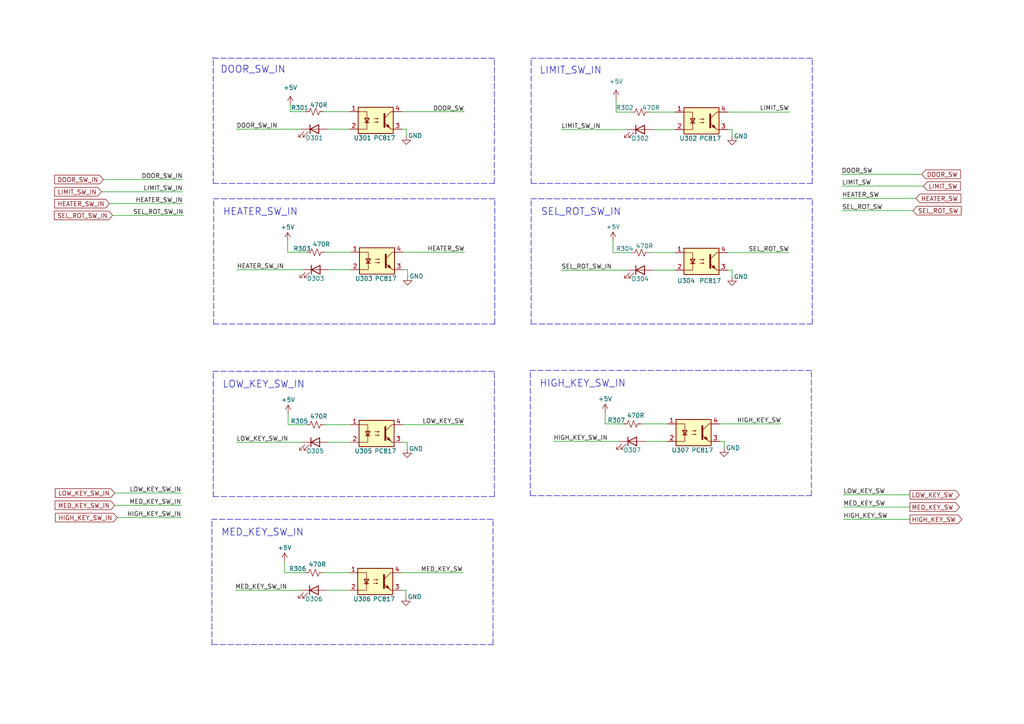
<source format=kicad_sch>
(kicad_sch (version 20211123) (generator eeschema)
  (paper "A4")
  (title_block (title "INPUTS_PC817") (date "2022-11-14") (rev "V1.1"))
  (lib_symbols
    (symbol "Device:LED" (pin_numbers hide) (pin_names (offset 1.016) hide)
      (property "Reference" "D" (at 0 2.54 0))
      (property "Value" "LED" (at 0 -2.54 0))
      (symbol "LED_0_1"
        (polyline (pts (xy -1.27 -1.27) (xy -1.27 1.27)) (stroke (width 0.254)))
        (polyline (pts (xy -1.27 0) (xy 1.27 0)))
        (polyline (pts (xy 1.27 -1.27) (xy 1.27 1.27) (xy -1.27 0) (xy 1.27 -1.27)) (stroke (width 0.254)))
        (polyline (pts (xy -3.048 -0.762) (xy -4.572 -2.286) (xy -3.81 -2.286) (xy -4.572 -2.286) (xy -4.572 -1.524)))
        (polyline (pts (xy -1.778 -0.762) (xy -3.302 -2.286) (xy -2.54 -2.286) (xy -3.302 -2.286) (xy -3.302 -1.524)))
      )
      (symbol "LED_1_1"
        (pin passive line (at -3.81 0 0) (length 2.54) (name "K") (number "1"))
        (pin passive line (at 3.81 0 180) (length 2.54) (name "A") (number "2"))
      )
    )
    (symbol "Device:R_Small_US" (pin_numbers hide) (pin_names (offset 0.254) hide)
      (property "Reference" "R" (at 0.762 0.508 0))
      (property "Value" "R_Small_US" (at 0.762 -1.016 0))
      (symbol "R_Small_US_1_1"
        (polyline (pts (xy 0 0) (xy 1.016 -0.381) (xy 0 -0.762) (xy -1.016 -1.143) (xy 0 -1.524)))
        (polyline (pts (xy 0 1.524) (xy 1.016 1.143) (xy 0 0.762) (xy -1.016 0.381) (xy 0 0)))
        (pin passive line (at 0 2.54 270) (length 1.016) (name "~") (number "1"))
        (pin passive line (at 0 -2.54 90) (length 1.016) (name "~") (number "2"))
      )
    )
    (symbol "Isolator:PC817" (pin_names (offset 1.016))
      (property "Reference" "U" (at -5.08 5.08 0))
      (property "Value" "PC817" (at 0 5.08 0))
      (symbol "PC817_0_1"
        (rectangle (start -5.08 3.81) (end 5.08 -3.81) (stroke (width 0.254)) (fill (type background)))
        (polyline (pts (xy -3.175 -0.635) (xy -1.905 -0.635)) (stroke (width 0.254)))
        (polyline (pts (xy 2.54 0.635) (xy 4.445 2.54)))
        (polyline (pts (xy 4.445 -2.54) (xy 2.54 -0.635)) (fill (type outline)))
        (polyline (pts (xy 4.445 -2.54) (xy 5.08 -2.54)))
        (polyline (pts (xy 4.445 2.54) (xy 5.08 2.54)))
        (polyline (pts (xy -5.08 2.54) (xy -2.54 2.54) (xy -2.54 -0.635)))
        (polyline (pts (xy -2.54 -0.635) (xy -2.54 -2.54) (xy -5.08 -2.54)))
        (polyline (pts (xy 2.54 1.905) (xy 2.54 -1.905) (xy 2.54 -1.905)) (stroke (width 0.508)))
        (polyline (pts (xy -2.54 -0.635) (xy -3.175 0.635) (xy -1.905 0.635) (xy -2.54 -0.635)) (stroke (width 0.254)))
        (polyline (pts (xy -0.508 -0.508) (xy 0.762 -0.508) (xy 0.381 -0.635) (xy 0.381 -0.381) (xy 0.762 -0.508)))
        (polyline (pts (xy -0.508 0.508) (xy 0.762 0.508) (xy 0.381 0.381) (xy 0.381 0.635) (xy 0.762 0.508)))
        (polyline (pts (xy 3.048 -1.651) (xy 3.556 -1.143) (xy 4.064 -2.159) (xy 3.048 -1.651) (xy 3.048 -1.651)) (fill (type outline)))
      )
      (symbol "PC817_1_1"
        (pin passive line (at -7.62 2.54 0) (length 2.54) (name "~") (number "1"))
        (pin passive line (at -7.62 -2.54 0) (length 2.54) (name "~") (number "2"))
        (pin passive line (at 7.62 -2.54 180) (length 2.54) (name "~") (number "3"))
        (pin passive line (at 7.62 2.54 180) (length 2.54) (name "~") (number "4"))
      )
    )
    (symbol "power:+5V" (power) (pin_names (offset 0))
      (property "Value" "+5V" (at 0 3.556 0))
      (symbol "+5V_0_1"
        (polyline (pts (xy -0.762 1.27) (xy 0 2.54)))
        (polyline (pts (xy 0 0) (xy 0 2.54)))
        (polyline (pts (xy 0 2.54) (xy 0.762 1.27)))
      )
      (symbol "+5V_1_1"
        (pin power_in line (at 0 0 90) (length 0) hide (name "+5V") (number "1"))
      )
    )
    (symbol "power:GND" (power) (pin_names (offset 0))
      (property "Value" "GND" (at 0 -3.81 0))
      (symbol "GND_0_1"
        (polyline (pts (xy 0 0) (xy 0 -1.27) (xy 1.27 -1.27) (xy 0 -2.54) (xy -1.27 -1.27) (xy 0 -1.27)))
      )
      (symbol "GND_1_1"
        (pin power_in line (at 0 0 270) (length 0) hide (name "GND") (number "1"))
      )
    )
  )
  (wire (pts (xy 188.214 73.279) (xy 195.834 73.279)))
  (wire (pts (xy 68.707 78.232) (xy 87.757 78.232)))
  (polyline (pts (xy 61.468 186.944) (xy 143.002 186.944)))
  (wire (pts (xy 95.377 78.232) (xy 101.727 78.232)))
  (wire (pts (xy 118.11 128.27) (xy 116.84 128.27)))
  (polyline (pts (xy 153.797 143.764) (xy 235.331 143.764)))
  (wire (pts (xy 244.221 57.531) (xy 265.684 57.531)))
  (wire (pts (xy 116.84 123.19) (xy 134.62 123.19)))
  (wire (pts (xy 175.514 122.936) (xy 180.848 122.936)))
  (wire (pts (xy 116.586 32.385) (xy 134.62 32.385)))
  (wire (pts (xy 84.201 32.385) (xy 88.646 32.385)))
  (polyline (pts (xy 154.051 93.98) (xy 235.585 93.98)))
  (polyline (pts (xy 143.383 107.696) (xy 61.722 107.696)))
  (polyline (pts (xy 154.051 58.166) (xy 154.051 93.98)))
  (wire (pts (xy 210.058 128.016) (xy 208.788 128.016)))
  (polyline (pts (xy 153.797 107.95) (xy 153.797 143.764)))
  (wire (pts (xy 189.484 78.359) (xy 195.834 78.359)))
  (wire (pts (xy 82.55 166.116) (xy 82.55 162.941)))
  (polyline (pts (xy 143.51 57.658) (xy 61.849 57.658)))
  (polyline (pts (xy 143.002 150.622) (xy 61.341 150.622)))
  (wire (pts (xy 134.62 32.385) (xy 134.62 32.512)))
  (wire (pts (xy 116.967 73.152) (xy 134.747 73.152)))
  (wire (pts (xy 94.869 171.196) (xy 101.219 171.196)))
  (wire (pts (xy 228.854 32.385) (xy 228.854 32.512)))
  (wire (pts (xy 32.639 62.484) (xy 53.213 62.484)))
  (polyline (pts (xy 143.383 53.213) (xy 143.383 16.891)))
  (wire (pts (xy 33.274 146.558) (xy 52.578 146.558)))
  (polyline (pts (xy 235.585 57.658) (xy 153.924 57.658)))
  (wire (pts (xy 211.074 73.279) (xy 228.854 73.279)))
  (polyline (pts (xy 61.976 58.166) (xy 61.976 93.98)))
  (wire (pts (xy 116.459 166.116) (xy 134.239 166.116)))
  (polyline (pts (xy 61.976 93.98) (xy 143.51 93.98)))
  (wire (pts (xy 68.58 128.27) (xy 87.63 128.27)))
  (polyline (pts (xy 235.331 107.442) (xy 153.67 107.442)))
  (wire (pts (xy 95.25 128.27) (xy 101.6 128.27)))
  (wire (pts (xy 160.528 128.016) (xy 179.578 128.016)))
  (wire (pts (xy 244.094 50.546) (xy 267.335 50.546)))
  (wire (pts (xy 68.199 171.196) (xy 87.249 171.196)))
  (wire (pts (xy 29.972 52.07) (xy 52.959 52.07)))
  (wire (pts (xy 177.8 69.85) (xy 177.8 73.279)))
  (wire (pts (xy 175.514 122.936) (xy 175.514 119.761)))
  (wire (pts (xy 162.814 78.359) (xy 181.864 78.359)))
  (polyline (pts (xy 61.722 16.637) (xy 61.722 16.891)))
  (wire (pts (xy 183.134 32.512) (xy 178.689 32.512)))
  (polyline (pts (xy 154.051 53.213) (xy 235.585 53.213)))
  (wire (pts (xy 93.726 32.385) (xy 101.346 32.385)))
  (wire (pts (xy 187.198 128.016) (xy 193.548 128.016)))
  (wire (pts (xy 68.58 37.465) (xy 87.376 37.465)))
  (wire (pts (xy 93.98 123.19) (xy 101.6 123.19)))
  (wire (pts (xy 212.344 37.592) (xy 212.344 39.497)))
  (wire (pts (xy 244.221 61.087) (xy 264.795 61.087)))
  (wire (pts (xy 118.237 78.232) (xy 116.967 78.232)))
  (wire (pts (xy 33.274 143.002) (xy 52.578 143.002)))
  (wire (pts (xy 177.8 73.279) (xy 183.134 73.279)))
  (polyline (pts (xy 235.585 93.98) (xy 235.585 57.658)))
  (wire (pts (xy 162.814 37.592) (xy 181.864 37.592)))
  (wire (pts (xy 117.729 173.101) (xy 117.729 171.196)))
  (polyline (pts (xy 154.051 17.399) (xy 154.051 53.213)))
  (wire (pts (xy 34.036 150.114) (xy 52.578 150.114)))
  (wire (pts (xy 189.484 37.592) (xy 195.834 37.592)))
  (wire (pts (xy 178.689 32.512) (xy 178.689 28.702)))
  (polyline (pts (xy 61.849 144.018) (xy 143.383 144.018)))
  (wire (pts (xy 117.729 171.196) (xy 116.459 171.196)))
  (wire (pts (xy 83.439 73.152) (xy 89.027 73.152)))
  (polyline (pts (xy 61.849 17.399) (xy 61.849 53.213)))
  (polyline (pts (xy 235.585 53.213) (xy 235.585 16.891)))
  (wire (pts (xy 188.214 32.512) (xy 195.834 32.512)))
  (wire (pts (xy 263.906 143.51) (xy 244.602 143.51)))
  (polyline (pts (xy 143.383 144.018) (xy 143.383 107.696)))
  (polyline (pts (xy 235.331 143.764) (xy 235.331 107.442)))
  (wire (pts (xy 83.439 73.152) (xy 83.439 69.977)))
  (wire (pts (xy 211.074 32.512) (xy 228.854 32.512)))
  (wire (pts (xy 29.464 55.626) (xy 52.959 55.626)))
  (wire (pts (xy 212.344 78.359) (xy 211.074 78.359)))
  (wire (pts (xy 117.856 37.465) (xy 116.586 37.465)))
  (wire (pts (xy 82.55 166.116) (xy 88.519 166.116)))
  (polyline (pts (xy 235.585 16.891) (xy 153.924 16.891)))
  (polyline (pts (xy 143.002 186.944) (xy 143.002 150.622)))
  (wire (pts (xy 94.996 37.465) (xy 101.346 37.465)))
  (wire (pts (xy 84.201 30.48) (xy 84.201 32.385)))
  (wire (pts (xy 212.344 80.264) (xy 212.344 78.359)))
  (polyline (pts (xy 61.849 53.213) (xy 143.383 53.213)))
  (wire (pts (xy 83.566 123.19) (xy 83.566 120.015)))
  (wire (pts (xy 117.856 39.37) (xy 117.856 37.465)))
  (wire (pts (xy 31.75 59.055) (xy 52.959 59.055)))
  (wire (pts (xy 208.788 122.936) (xy 226.568 122.936)))
  (wire (pts (xy 244.221 53.975) (xy 267.843 53.975)))
  (wire (pts (xy 118.11 130.175) (xy 118.11 128.27)))
  (polyline (pts (xy 143.383 16.891) (xy 61.722 16.891)))
  (polyline (pts (xy 61.849 108.204) (xy 61.849 144.018)))
  (wire (pts (xy 185.928 122.936) (xy 193.548 122.936)))
  (wire (pts (xy 118.237 80.137) (xy 118.237 78.232)))
  (wire (pts (xy 94.107 73.152) (xy 101.727 73.152)))
  (polyline (pts (xy 143.51 93.98) (xy 143.51 57.658)))
  (wire (pts (xy 210.058 129.921) (xy 210.058 128.016)))
  (wire (pts (xy 83.566 123.19) (xy 88.9 123.19)))
  (wire (pts (xy 93.599 166.116) (xy 101.219 166.116)))
  (wire (pts (xy 263.906 147.066) (xy 244.602 147.066)))
  (wire (pts (xy 263.906 150.622) (xy 244.602 150.622)))
  (polyline (pts (xy 61.468 151.13) (xy 61.468 186.944)))
  (wire (pts (xy 211.074 37.592) (xy 212.344 37.592)))
  (text "HIGH_KEY_SW_IN" (at 156.464 112.522 0) (effects (font (size 2.032 2.032)) (justify left bottom)))
  (text "DOOR_SW_IN" (at 63.881 21.463 0) (effects (font (size 2.032 2.032)) (justify left bottom)))
  (text "MED_KEY_SW_IN" (at 64.135 155.702 0) (effects (font (size 2.032 2.032)) (justify left bottom)))
  (text "HEATER_SW_IN" (at 64.643 62.738 0) (effects (font (size 2.032 2.032)) (justify left bottom)))
  (text "LIMIT_SW_IN" (at 156.464 21.717 0) (effects (font (size 2.032 2.032)) (justify left bottom)))
  (text "LOW_KEY_SW_IN" (at 64.516 112.776 0) (effects (font (size 2.032 2.032)) (justify left bottom)))
  (text "SEL_ROT_SW_IN" (at 156.845 62.738 0) (effects (font (size 2.032 2.032)) (justify left bottom)))
  (label "HEATER_SW" (at 244.221 57.531 0))
  (label "MED_KEY_SW" (at 244.602 147.066 0))
  (label "LOW_KEY_SW_IN" (at 52.578 143.002 180))
  (label "HEATER_SW" (at 134.747 73.152 180))
  (label "LIMIT_SW" (at 244.221 53.975 0))
  (label "LOW_KEY_SW_IN" (at 68.58 128.27 0))
  (label "HEATER_SW_IN" (at 52.959 59.055 180))
  (label "HIGH_KEY_SW" (at 244.602 150.622 0))
  (label "HEATER_SW_IN" (at 68.707 78.232 0))
  (label "DOOR_SW" (at 244.094 50.546 0))
  (label "LOW_KEY_SW" (at 244.602 143.51 0))
  (label "HIGH_KEY_SW" (at 226.568 122.936 180))
  (label "LIMIT_SW_IN" (at 162.814 37.592 0))
  (label "DOOR_SW" (at 134.62 32.512 180))
  (label "SEL_ROT_SW" (at 244.221 61.087 0))
  (label "SEL_ROT_SW" (at 228.854 73.279 180))
  (label "MED_KEY_SW_IN" (at 68.199 171.196 0))
  (label "LIMIT_SW_IN" (at 52.959 55.626 180))
  (label "DOOR_SW_IN" (at 52.959 52.07 180))
  (label "LIMIT_SW" (at 228.854 32.385 180))
  (label "SEL_ROT_SW_IN" (at 53.213 62.484 180))
  (label "LOW_KEY_SW" (at 134.62 123.19 180))
  (label "DOOR_SW_IN" (at 68.58 37.465 0))
  (label "HIGH_KEY_SW_IN" (at 160.528 128.016 0))
  (label "MED_KEY_SW_IN" (at 52.578 146.558 180))
  (label "SEL_ROT_SW_IN" (at 162.814 78.359 0))
  (label "HIGH_KEY_SW_IN" (at 52.578 150.114 180))
  (label "MED_KEY_SW" (at 134.239 166.116 180))
  (global_label "LIMIT_SW_IN" (shape input) (at 29.464 55.626 180) (property "Intersheet References" "${INTERSHEET_REFS}" (effects hide)))
  (global_label "SEL_ROT_SW" (shape input) (at 264.795 61.087 0) (property "Intersheet References" "${INTERSHEET_REFS}" (effects hide)))
  (global_label "LOW_KEY_SW" (shape output) (at 263.906 143.51 0) (property "Intersheet References" "${INTERSHEET_REFS}" (effects hide)))
  (global_label "DOOR_SW" (shape input) (at 267.335 50.546 0) (property "Intersheet References" "${INTERSHEET_REFS}" (effects hide)))
  (global_label "MED_KEY_SW" (shape output) (at 263.906 147.066 0) (property "Intersheet References" "${INTERSHEET_REFS}" (effects hide)))
  (global_label "HEATER_SW" (shape input) (at 265.684 57.531 0) (property "Intersheet References" "${INTERSHEET_REFS}" (effects hide)))
  (global_label "HEATER_SW_IN" (shape input) (at 31.75 59.055 180) (property "Intersheet References" "${INTERSHEET_REFS}" (effects hide)))
  (global_label "MED_KEY_SW_IN" (shape input) (at 33.274 146.558 180) (property "Intersheet References" "${INTERSHEET_REFS}" (effects hide)))
  (global_label "DOOR_SW_IN" (shape input) (at 29.972 52.07 180) (property "Intersheet References" "${INTERSHEET_REFS}" (effects hide)))
  (global_label "HIGH_KEY_SW_IN" (shape input) (at 34.036 150.114 180) (property "Intersheet References" "${INTERSHEET_REFS}" (effects hide)))
  (global_label "LIMIT_SW" (shape input) (at 267.843 53.975 0) (property "Intersheet References" "${INTERSHEET_REFS}" (effects hide)))
  (global_label "HIGH_KEY_SW" (shape output) (at 263.906 150.622 0) (property "Intersheet References" "${INTERSHEET_REFS}" (effects hide)))
  (global_label "SEL_ROT_SW_IN" (shape input) (at 32.639 62.484 180) (property "Intersheet References" "${INTERSHEET_REFS}" (effects hide)))
  (global_label "LOW_KEY_SW_IN" (shape input) (at 33.274 143.002 180) (property "Intersheet References" "${INTERSHEET_REFS}" (effects hide)))
  (symbol (lib_id "power:GND") (at 117.856 39.37 0) (unit 1)
    (property "Reference" "#PWR022" (effects hide))
    (property "Value" "GND" (at 120.396 39.37 0))
  )
  (symbol (lib_id "power:+5V") (at 83.439 69.977 0) (unit 1)
    (property "Reference" "#PWR018" (effects hide))
    (property "Value" "+5V" (at 83.439 65.913 0))
  )
  (symbol (lib_id "Isolator:PC817") (at 203.454 35.052 0) (unit 1)
    (property "Reference" "U302" (at 199.644 40.132 0))
    (property "Value" "PC817" (at 205.994 40.132 0))
    (property "Footprint" "Package_DIP:DIP-4_W7.62mm" (effects hide))
    (property "Datasheet" "http://www.soselectronic.cz/a_info/resource/d/pc817.pdf" (effects hide))
  )
  (symbol (lib_id "power:GND") (at 210.058 129.921 0) (unit 1)
    (property "Reference" "#PWR028" (effects hide))
    (property "Value" "GND" (at 212.598 129.921 0))
  )
  (symbol (lib_id "Device:R_Small_US") (at 91.059 166.116 90) (unit 1)
    (property "Reference" "R306" (at 88.9 164.973 90) (effects (justify left)))
    (property "Value" "470R" (at 94.615 163.703 90) (effects (justify left)))
    (property "Footprint" "Resistor_THT:R_Axial_DIN0207_L6.3mm_D2.5mm_P10.16mm_Horizontal" (effects hide))
  )
  (symbol (lib_id "Device:R_Small_US") (at 91.186 32.385 90) (unit 1)
    (property "Reference" "R301" (at 89.535 31.242 90) (effects (justify left)))
    (property "Value" "470R" (at 94.996 30.48 90) (effects (justify left)))
    (property "Footprint" "Resistor_THT:R_Axial_DIN0207_L6.3mm_D2.5mm_P10.16mm_Horizontal" (effects hide))
  )
  (symbol (lib_id "power:+5V") (at 82.55 162.941 0) (unit 1)
    (property "Reference" "#PWR017" (effects hide))
    (property "Value" "+5V" (at 82.55 158.877 0))
  )
  (symbol (lib_id "power:+5V") (at 84.201 30.48 0) (unit 1)
    (property "Reference" "#PWR020" (effects hide))
    (property "Value" "+5V" (at 84.201 25.4 0))
  )
  (symbol (lib_id "Device:R_Small_US") (at 91.567 73.152 90) (unit 1)
    (property "Reference" "R303" (at 90.17 72.136 90) (effects (justify left)))
    (property "Value" "470R" (at 95.758 70.866 90) (effects (justify left)))
    (property "Footprint" "Resistor_THT:R_Axial_DIN0207_L6.3mm_D2.5mm_P10.16mm_Horizontal" (effects hide))
  )
  (symbol (lib_id "power:GND") (at 117.729 173.101 0) (unit 1)
    (property "Reference" "#PWR021" (effects hide))
    (property "Value" "GND" (at 120.269 173.101 0))
  )
  (symbol (lib_id "Isolator:PC817") (at 108.839 168.656 0) (unit 1)
    (property "Reference" "U306" (at 105.029 173.736 0))
    (property "Value" "PC817" (at 111.379 173.736 0))
    (property "Footprint" "Package_DIP:DIP-4_W7.62mm" (effects hide))
    (property "Datasheet" "http://www.soselectronic.cz/a_info/resource/d/pc817.pdf" (effects hide))
  )
  (symbol (lib_id "power:+5V") (at 83.566 120.015 0) (unit 1)
    (property "Reference" "#PWR019" (effects hide))
    (property "Value" "+5V" (at 83.566 115.951 0))
  )
  (symbol (lib_id "power:+5V") (at 178.689 28.702 0) (unit 1)
    (property "Reference" "#PWR027" (effects hide))
    (property "Value" "+5V" (at 178.689 23.622 0))
  )
  (symbol (lib_id "power:GND") (at 212.344 39.497 0) (unit 1)
    (property "Reference" "#PWR029" (effects hide))
    (property "Value" "GND" (at 214.884 39.497 0))
  )
  (symbol (lib_id "Isolator:PC817") (at 109.22 125.73 0) (unit 1)
    (property "Reference" "U305" (at 105.41 130.81 0))
    (property "Value" "PC817" (at 111.76 130.81 0))
    (property "Footprint" "Package_DIP:DIP-4_W7.62mm" (effects hide))
    (property "Datasheet" "http://www.soselectronic.cz/a_info/resource/d/pc817.pdf" (effects hide))
  )
  (symbol (lib_id "power:+5V") (at 177.8 69.85 0) (unit 1)
    (property "Reference" "#PWR026" (effects hide))
    (property "Value" "+5V" (at 177.8 65.786 0))
  )
  (symbol (lib_id "Device:R_Small_US") (at 185.674 32.512 90) (unit 1)
    (property "Reference" "R302" (at 183.769 31.242 90) (effects (justify left)))
    (property "Value" "470R" (at 191.389 31.242 90) (effects (justify left)))
    (property "Footprint" "Resistor_THT:R_Axial_DIN0207_L6.3mm_D2.5mm_P10.16mm_Horizontal" (effects hide))
  )
  (symbol (lib_id "Device:LED") (at 183.388 128.016 0) (unit 1)
    (property "Reference" "D307" (at 183.388 130.556 0))
    (property "Value" "LED" (effects hide))
    (property "Footprint" "LED_THT:LED_D3.0mm" (effects hide))
  )
  (symbol (lib_id "Isolator:PC817") (at 108.966 34.925 0) (unit 1)
    (property "Reference" "U301" (at 105.156 40.005 0))
    (property "Value" "PC817" (at 111.506 40.005 0))
    (property "Footprint" "Package_DIP:DIP-4_W7.62mm" (effects hide))
    (property "Datasheet" "http://www.soselectronic.cz/a_info/resource/d/pc817.pdf" (effects hide))
  )
  (symbol (lib_id "power:GND") (at 118.237 80.137 0) (unit 1)
    (property "Reference" "#PWR024" (effects hide))
    (property "Value" "GND" (at 120.777 80.137 0))
  )
  (symbol (lib_id "Device:R_Small_US") (at 183.388 122.936 90) (unit 1)
    (property "Reference" "R307" (at 181.356 121.92 90) (effects (justify left)))
    (property "Value" "470R" (at 186.944 120.523 90) (effects (justify left)))
    (property "Footprint" "Resistor_THT:R_Axial_DIN0207_L6.3mm_D2.5mm_P10.16mm_Horizontal" (effects hide))
  )
  (symbol (lib_id "Device:R_Small_US") (at 185.674 73.279 90) (unit 1)
    (property "Reference" "R304" (at 183.769 72.136 90) (effects (justify left)))
    (property "Value" "470R" (at 189.484 71.374 90) (effects (justify left)))
    (property "Footprint" "Resistor_THT:R_Axial_DIN0207_L6.3mm_D2.5mm_P10.16mm_Horizontal" (effects hide))
  )
  (symbol (lib_id "Device:LED") (at 185.674 37.592 0) (unit 1)
    (property "Reference" "D302" (at 185.674 40.132 0))
    (property "Value" "LED" (effects hide))
    (property "Footprint" "LED_THT:LED_D3.0mm" (effects hide))
  )
  (symbol (lib_id "power:+5V") (at 175.514 119.761 0) (unit 1)
    (property "Reference" "#PWR025" (effects hide))
    (property "Value" "+5V" (at 175.514 115.697 0))
  )
  (symbol (lib_id "Device:LED") (at 91.44 128.27 0) (unit 1)
    (property "Reference" "D305" (at 91.44 130.81 0))
    (property "Value" "LED" (effects hide))
    (property "Footprint" "LED_THT:LED_D3.0mm" (effects hide))
  )
  (symbol (lib_id "power:GND") (at 212.344 80.264 0) (unit 1)
    (property "Reference" "#PWR030" (effects hide))
    (property "Value" "GND" (at 214.884 80.264 0))
  )
  (symbol (lib_id "Device:LED") (at 91.186 37.465 0) (unit 1)
    (property "Reference" "D301" (at 91.186 40.005 0))
    (property "Value" "LED" (effects hide))
    (property "Footprint" "LED_THT:LED_D3.0mm" (effects hide))
  )
  (symbol (lib_id "Isolator:PC817") (at 109.347 75.692 0) (unit 1)
    (property "Reference" "U303" (at 105.537 80.772 0))
    (property "Value" "PC817" (at 111.887 80.772 0))
    (property "Footprint" "Package_DIP:DIP-4_W7.62mm" (effects hide))
    (property "Datasheet" "http://www.soselectronic.cz/a_info/resource/d/pc817.pdf" (effects hide))
  )
  (symbol (lib_id "Device:LED") (at 91.567 78.232 0) (unit 1)
    (property "Reference" "D303" (at 91.567 80.772 0))
    (property "Value" "LED" (effects hide))
    (property "Footprint" "LED_THT:LED_D3.0mm" (effects hide))
  )
  (symbol (lib_id "Device:R_Small_US") (at 91.44 123.19 90) (unit 1)
    (property "Reference" "R305" (at 89.408 122.174 90) (effects (justify left)))
    (property "Value" "470R" (at 94.996 120.777 90) (effects (justify left)))
    (property "Footprint" "Resistor_THT:R_Axial_DIN0207_L6.3mm_D2.5mm_P10.16mm_Horizontal" (effects hide))
  )
  (symbol (lib_id "Device:LED") (at 91.059 171.196 0) (unit 1)
    (property "Reference" "D306" (at 91.059 173.736 0))
    (property "Value" "LED" (effects hide))
    (property "Footprint" "LED_THT:LED_D3.0mm" (effects hide))
  )
  (symbol (lib_id "Isolator:PC817") (at 201.168 125.476 0) (unit 1)
    (property "Reference" "U307" (at 197.358 130.556 0))
    (property "Value" "PC817" (at 203.708 130.556 0))
    (property "Footprint" "Package_DIP:DIP-4_W7.62mm" (effects hide))
    (property "Datasheet" "http://www.soselectronic.cz/a_info/resource/d/pc817.pdf" (effects hide))
  )
  (symbol (lib_id "power:GND") (at 118.11 130.175 0) (unit 1)
    (property "Reference" "#PWR023" (effects hide))
    (property "Value" "GND" (at 120.65 130.175 0))
  )
  (symbol (lib_id "Isolator:PC817") (at 203.454 75.819 0) (unit 1)
    (property "Reference" "U304" (at 199.009 82.169 0) (effects (justify bottom)))
    (property "Value" "PC817" (at 205.994 82.169 0) (effects (justify bottom)))
    (property "Footprint" "Package_DIP:DIP-4_W7.62mm" (effects hide))
    (property "Datasheet" "http://www.soselectronic.cz/a_info/resource/d/pc817.pdf" (effects hide))
  )
  (symbol (lib_id "Device:LED") (at 185.674 78.359 0) (unit 1)
    (property "Reference" "D304" (at 185.674 80.899 0))
    (property "Value" "LED" (effects hide))
    (property "Footprint" "LED_THT:LED_D3.0mm" (effects hide))
  )
)
</source>
